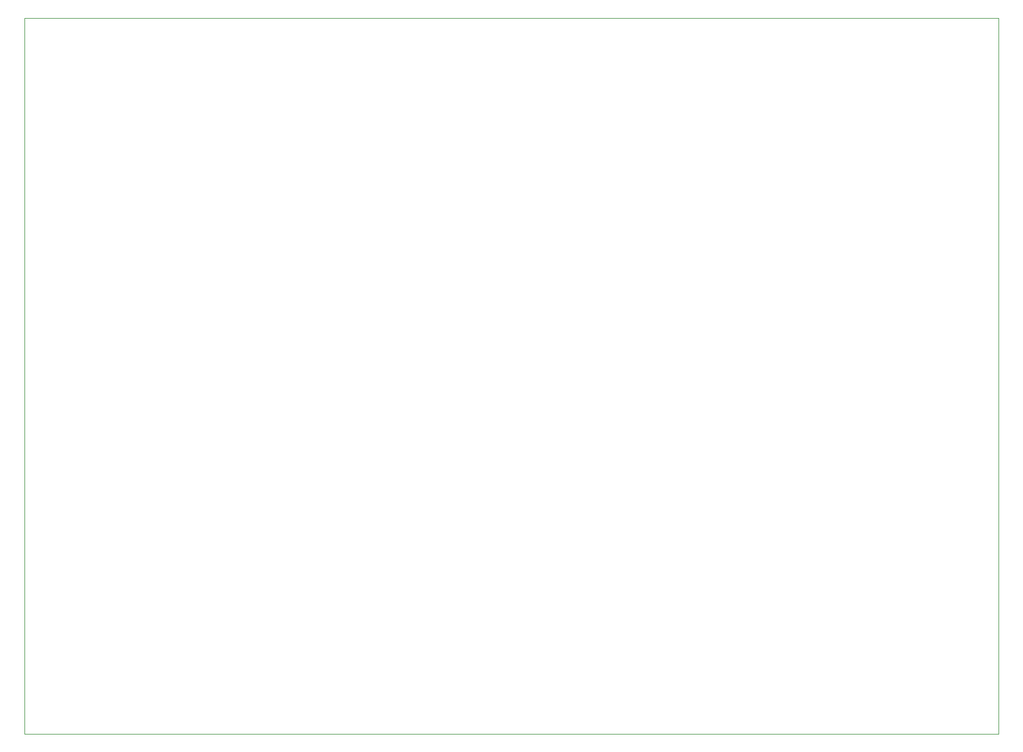
<source format=gm1>
%TF.GenerationSoftware,KiCad,Pcbnew,8.0.0*%
%TF.CreationDate,2024-03-04T10:49:59+07:00*%
%TF.ProjectId,capstone,63617073-746f-46e6-952e-6b696361645f,rev?*%
%TF.SameCoordinates,Original*%
%TF.FileFunction,Profile,NP*%
%FSLAX46Y46*%
G04 Gerber Fmt 4.6, Leading zero omitted, Abs format (unit mm)*
G04 Created by KiCad (PCBNEW 8.0.0) date 2024-03-04 10:49:59*
%MOMM*%
%LPD*%
G01*
G04 APERTURE LIST*
%TA.AperFunction,Profile*%
%ADD10C,0.050000*%
%TD*%
G04 APERTURE END LIST*
D10*
X92500000Y-39000000D02*
X234000000Y-39000000D01*
X234000000Y-143000000D01*
X92500000Y-143000000D01*
X92500000Y-39000000D01*
M02*

</source>
